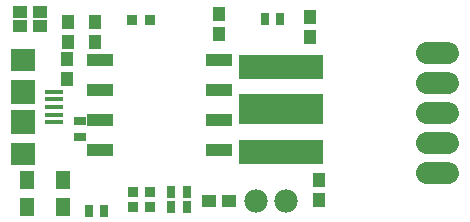
<source format=gts>
G75*
G70*
%OFA0B0*%
%FSLAX24Y24*%
%IPPOS*%
%LPD*%
%AMOC8*
5,1,8,0,0,1.08239X$1,22.5*
%
%ADD10R,0.0473X0.0434*%
%ADD11R,0.0316X0.0394*%
%ADD12R,0.0355X0.0355*%
%ADD13R,0.0867X0.0434*%
%ADD14R,0.0512X0.0591*%
%ADD15R,0.0394X0.0316*%
%ADD16R,0.0434X0.0473*%
%ADD17C,0.0780*%
%ADD18R,0.2796X0.0827*%
%ADD19R,0.2796X0.1024*%
%ADD20C,0.0749*%
%ADD21R,0.0591X0.0178*%
%ADD22R,0.0788X0.0749*%
%ADD23R,0.0788X0.0788*%
D10*
X007747Y001759D03*
X008417Y001759D03*
X002130Y007601D03*
X001460Y007601D03*
X001460Y008070D03*
X002130Y008070D03*
D11*
X009602Y007824D03*
X010113Y007824D03*
X007008Y002066D03*
X006496Y002066D03*
X006496Y001566D03*
X007008Y001566D03*
X004250Y001437D03*
X003738Y001437D03*
D12*
X005207Y001566D03*
X005797Y001566D03*
X005797Y002066D03*
X005207Y002066D03*
X005190Y007807D03*
X005781Y007807D03*
D13*
X004119Y006461D03*
X004119Y005461D03*
X004119Y004461D03*
X004119Y003461D03*
X008096Y003461D03*
X008096Y004461D03*
X008096Y005461D03*
X008096Y006461D03*
D14*
X001693Y001555D03*
X002874Y001555D03*
X002874Y002476D03*
X001693Y002476D03*
D15*
X003442Y003903D03*
X003442Y004415D03*
D16*
X003031Y005840D03*
X003031Y006510D03*
X003051Y007071D03*
X003954Y007071D03*
X003954Y007740D03*
X003051Y007740D03*
X008080Y007998D03*
X008080Y007329D03*
X011108Y007239D03*
X011108Y007909D03*
X011432Y002454D03*
X011432Y001785D03*
D17*
X010324Y001766D03*
X009324Y001766D03*
D18*
X010151Y003410D03*
X010151Y006244D03*
D19*
X010151Y004827D03*
D20*
X015003Y004695D02*
X015712Y004695D01*
X015712Y005695D02*
X015003Y005695D01*
X015003Y006695D02*
X015712Y006695D01*
X015712Y003695D02*
X015003Y003695D01*
X015003Y002695D02*
X015712Y002695D01*
D21*
X002593Y004382D03*
X002593Y004638D03*
X002593Y004894D03*
X002593Y005150D03*
X002593Y005406D03*
D22*
X001550Y006469D03*
X001550Y003319D03*
D23*
X001550Y004394D03*
X001550Y005394D03*
M02*

</source>
